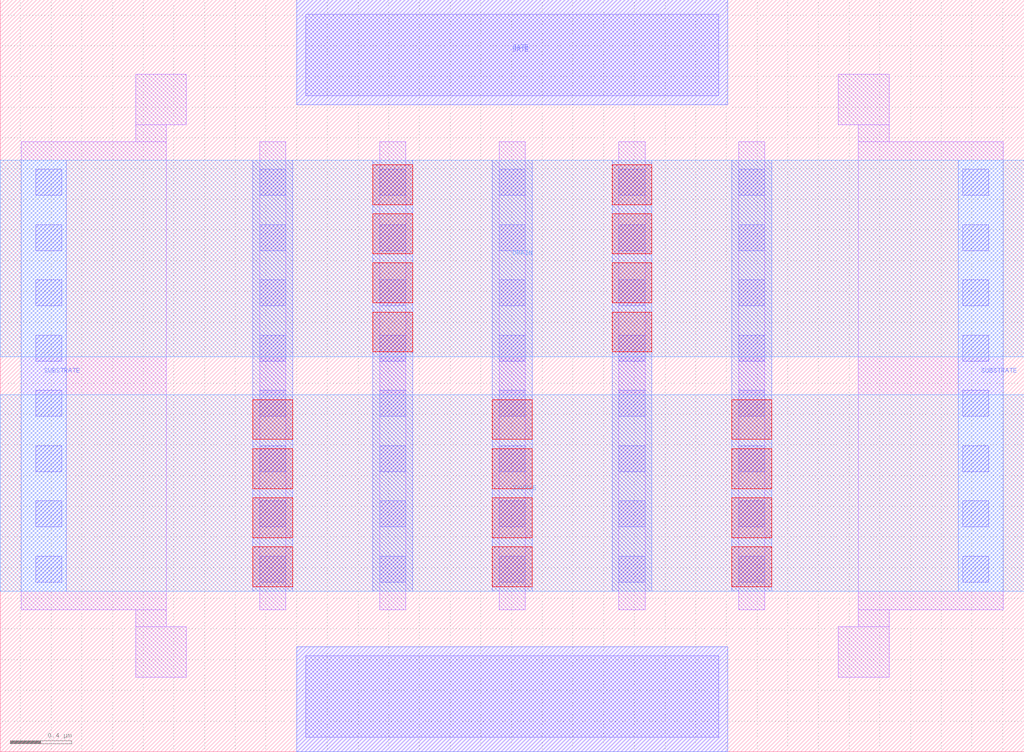
<source format=lef>
# Copyright 2020 The SkyWater PDK Authors
#
# Licensed under the Apache License, Version 2.0 (the "License");
# you may not use this file except in compliance with the License.
# You may obtain a copy of the License at
#
#     https://www.apache.org/licenses/LICENSE-2.0
#
# Unless required by applicable law or agreed to in writing, software
# distributed under the License is distributed on an "AS IS" BASIS,
# WITHOUT WARRANTIES OR CONDITIONS OF ANY KIND, either express or implied.
# See the License for the specific language governing permissions and
# limitations under the License.
#
# SPDX-License-Identifier: Apache-2.0

VERSION 5.7 ;
  NOWIREEXTENSIONATPIN ON ;
  DIVIDERCHAR "/" ;
  BUSBITCHARS "[]" ;
MACRO sky130_fd_pr__rf_nfet_g5v0d10v5_bM04W3p00L0p50
  CLASS BLOCK ;
  FOREIGN sky130_fd_pr__rf_nfet_g5v0d10v5_bM04W3p00L0p50 ;
  ORIGIN -0.070000  0.000000 ;
  SIZE  6.670000 BY  4.900000 ;
  PIN DRAIN
    ANTENNADIFFAREA  1.685600 ;
    PORT
      LAYER met2 ;
        RECT 0.070000 2.575000 6.740000 3.855000 ;
    END
  END DRAIN
  PIN GATE
    ANTENNAGATEAREA  6.020000 ;
    PORT
      LAYER li1 ;
        RECT 2.000000 0.000000 4.810000 0.685000 ;
        RECT 2.000000 4.215000 4.810000 4.900000 ;
      LAYER mcon ;
        RECT 2.060000 0.095000 4.750000 0.625000 ;
        RECT 2.060000 4.275000 4.750000 4.805000 ;
    END
    PORT
      LAYER met1 ;
        RECT 2.000000 0.000000 4.810000 0.685000 ;
        RECT 2.000000 4.215000 4.810000 4.900000 ;
    END
  END GATE
  PIN SOURCE
    ANTENNADIFFAREA  2.528400 ;
    PORT
      LAYER met2 ;
        RECT 0.070000 1.045000 6.740000 2.325000 ;
    END
  END SOURCE
  PIN SUBSTRATE
    ANTENNADIFFAREA  3.010000 ;
    ANTENNAGATEAREA  1.505000 ;
    PORT
      LAYER met1 ;
        RECT 0.205000 1.045000 0.500000 3.855000 ;
    END
    PORT
      LAYER met1 ;
        RECT 6.310000 1.045000 6.605000 3.855000 ;
    END
  END SUBSTRATE
  OBS
    LAYER li1 ;
      RECT 0.205000 0.925000 1.150000 3.975000 ;
      RECT 0.950000 0.485000 1.280000 0.815000 ;
      RECT 0.950000 0.815000 1.150000 0.925000 ;
      RECT 0.950000 3.975000 1.150000 4.085000 ;
      RECT 0.950000 4.085000 1.280000 4.415000 ;
      RECT 1.760000 0.925000 1.930000 3.975000 ;
      RECT 2.540000 0.925000 2.710000 3.975000 ;
      RECT 3.320000 0.925000 3.490000 3.975000 ;
      RECT 4.100000 0.925000 4.270000 3.975000 ;
      RECT 4.880000 0.925000 5.050000 3.975000 ;
      RECT 5.530000 0.485000 5.860000 0.815000 ;
      RECT 5.530000 4.085000 5.860000 4.415000 ;
      RECT 5.660000 0.815000 5.860000 0.925000 ;
      RECT 5.660000 0.925000 6.605000 3.975000 ;
      RECT 5.660000 3.975000 5.860000 4.085000 ;
    LAYER mcon ;
      RECT 0.300000 1.105000 0.470000 1.275000 ;
      RECT 0.300000 1.465000 0.470000 1.635000 ;
      RECT 0.300000 1.825000 0.470000 1.995000 ;
      RECT 0.300000 2.185000 0.470000 2.355000 ;
      RECT 0.300000 2.545000 0.470000 2.715000 ;
      RECT 0.300000 2.905000 0.470000 3.075000 ;
      RECT 0.300000 3.265000 0.470000 3.435000 ;
      RECT 0.300000 3.625000 0.470000 3.795000 ;
      RECT 1.760000 1.105000 1.930000 1.275000 ;
      RECT 1.760000 1.465000 1.930000 1.635000 ;
      RECT 1.760000 1.825000 1.930000 1.995000 ;
      RECT 1.760000 2.185000 1.930000 2.355000 ;
      RECT 1.760000 2.545000 1.930000 2.715000 ;
      RECT 1.760000 2.905000 1.930000 3.075000 ;
      RECT 1.760000 3.265000 1.930000 3.435000 ;
      RECT 1.760000 3.625000 1.930000 3.795000 ;
      RECT 2.540000 1.105000 2.710000 1.275000 ;
      RECT 2.540000 1.465000 2.710000 1.635000 ;
      RECT 2.540000 1.825000 2.710000 1.995000 ;
      RECT 2.540000 2.185000 2.710000 2.355000 ;
      RECT 2.540000 2.545000 2.710000 2.715000 ;
      RECT 2.540000 2.905000 2.710000 3.075000 ;
      RECT 2.540000 3.265000 2.710000 3.435000 ;
      RECT 2.540000 3.625000 2.710000 3.795000 ;
      RECT 3.320000 1.105000 3.490000 1.275000 ;
      RECT 3.320000 1.465000 3.490000 1.635000 ;
      RECT 3.320000 1.825000 3.490000 1.995000 ;
      RECT 3.320000 2.185000 3.490000 2.355000 ;
      RECT 3.320000 2.545000 3.490000 2.715000 ;
      RECT 3.320000 2.905000 3.490000 3.075000 ;
      RECT 3.320000 3.265000 3.490000 3.435000 ;
      RECT 3.320000 3.625000 3.490000 3.795000 ;
      RECT 4.100000 1.105000 4.270000 1.275000 ;
      RECT 4.100000 1.465000 4.270000 1.635000 ;
      RECT 4.100000 1.825000 4.270000 1.995000 ;
      RECT 4.100000 2.185000 4.270000 2.355000 ;
      RECT 4.100000 2.545000 4.270000 2.715000 ;
      RECT 4.100000 2.905000 4.270000 3.075000 ;
      RECT 4.100000 3.265000 4.270000 3.435000 ;
      RECT 4.100000 3.625000 4.270000 3.795000 ;
      RECT 4.880000 1.105000 5.050000 1.275000 ;
      RECT 4.880000 1.465000 5.050000 1.635000 ;
      RECT 4.880000 1.825000 5.050000 1.995000 ;
      RECT 4.880000 2.185000 5.050000 2.355000 ;
      RECT 4.880000 2.545000 5.050000 2.715000 ;
      RECT 4.880000 2.905000 5.050000 3.075000 ;
      RECT 4.880000 3.265000 5.050000 3.435000 ;
      RECT 4.880000 3.625000 5.050000 3.795000 ;
      RECT 6.340000 1.105000 6.510000 1.275000 ;
      RECT 6.340000 1.465000 6.510000 1.635000 ;
      RECT 6.340000 1.825000 6.510000 1.995000 ;
      RECT 6.340000 2.185000 6.510000 2.355000 ;
      RECT 6.340000 2.545000 6.510000 2.715000 ;
      RECT 6.340000 2.905000 6.510000 3.075000 ;
      RECT 6.340000 3.265000 6.510000 3.435000 ;
      RECT 6.340000 3.625000 6.510000 3.795000 ;
    LAYER met1 ;
      RECT 1.715000 1.045000 1.975000 3.855000 ;
      RECT 2.495000 1.045000 2.755000 3.855000 ;
      RECT 3.275000 1.045000 3.535000 3.855000 ;
      RECT 4.055000 1.045000 4.315000 3.855000 ;
      RECT 4.835000 1.045000 5.095000 3.855000 ;
    LAYER via ;
      RECT 1.715000 1.075000 1.975000 1.335000 ;
      RECT 1.715000 1.395000 1.975000 1.655000 ;
      RECT 1.715000 1.715000 1.975000 1.975000 ;
      RECT 1.715000 2.035000 1.975000 2.295000 ;
      RECT 2.495000 2.605000 2.755000 2.865000 ;
      RECT 2.495000 2.925000 2.755000 3.185000 ;
      RECT 2.495000 3.245000 2.755000 3.505000 ;
      RECT 2.495000 3.565000 2.755000 3.825000 ;
      RECT 3.275000 1.075000 3.535000 1.335000 ;
      RECT 3.275000 1.395000 3.535000 1.655000 ;
      RECT 3.275000 1.715000 3.535000 1.975000 ;
      RECT 3.275000 2.035000 3.535000 2.295000 ;
      RECT 4.055000 2.605000 4.315000 2.865000 ;
      RECT 4.055000 2.925000 4.315000 3.185000 ;
      RECT 4.055000 3.245000 4.315000 3.505000 ;
      RECT 4.055000 3.565000 4.315000 3.825000 ;
      RECT 4.835000 1.075000 5.095000 1.335000 ;
      RECT 4.835000 1.395000 5.095000 1.655000 ;
      RECT 4.835000 1.715000 5.095000 1.975000 ;
      RECT 4.835000 2.035000 5.095000 2.295000 ;
  END
END sky130_fd_pr__rf_nfet_g5v0d10v5_bM04W3p00L0p50
END LIBRARY

</source>
